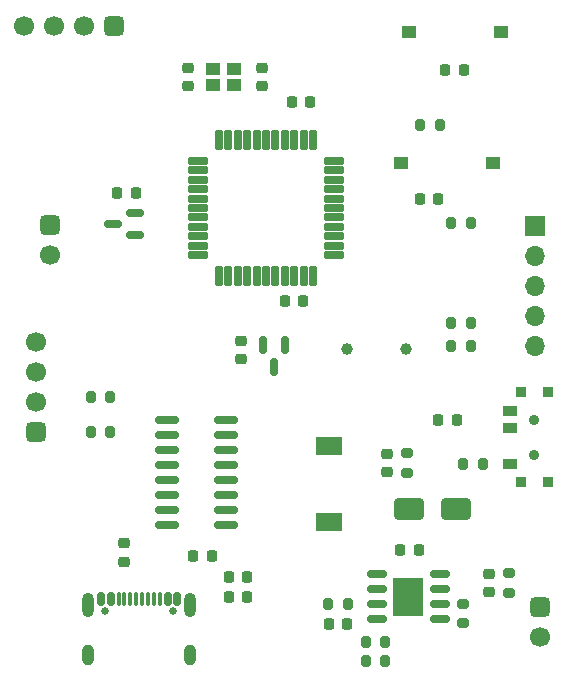
<source format=gbr>
%TF.GenerationSoftware,KiCad,Pcbnew,8.0.4*%
%TF.CreationDate,2025-03-11T16:32:05+07:00*%
%TF.ProjectId,Hoang_Trung_An_BTL,486f616e-675f-4547-9275-6e675f416e5f,rev?*%
%TF.SameCoordinates,Original*%
%TF.FileFunction,Soldermask,Top*%
%TF.FilePolarity,Negative*%
%FSLAX46Y46*%
G04 Gerber Fmt 4.6, Leading zero omitted, Abs format (unit mm)*
G04 Created by KiCad (PCBNEW 8.0.4) date 2025-03-11 16:32:05*
%MOMM*%
%LPD*%
G01*
G04 APERTURE LIST*
G04 Aperture macros list*
%AMRoundRect*
0 Rectangle with rounded corners*
0 $1 Rounding radius*
0 $2 $3 $4 $5 $6 $7 $8 $9 X,Y pos of 4 corners*
0 Add a 4 corners polygon primitive as box body*
4,1,4,$2,$3,$4,$5,$6,$7,$8,$9,$2,$3,0*
0 Add four circle primitives for the rounded corners*
1,1,$1+$1,$2,$3*
1,1,$1+$1,$4,$5*
1,1,$1+$1,$6,$7*
1,1,$1+$1,$8,$9*
0 Add four rect primitives between the rounded corners*
20,1,$1+$1,$2,$3,$4,$5,0*
20,1,$1+$1,$4,$5,$6,$7,0*
20,1,$1+$1,$6,$7,$8,$9,0*
20,1,$1+$1,$8,$9,$2,$3,0*%
G04 Aperture macros list end*
%ADD10RoundRect,0.225000X0.250000X-0.225000X0.250000X0.225000X-0.250000X0.225000X-0.250000X-0.225000X0*%
%ADD11RoundRect,0.200000X0.200000X0.275000X-0.200000X0.275000X-0.200000X-0.275000X0.200000X-0.275000X0*%
%ADD12RoundRect,0.150000X-0.150000X0.587500X-0.150000X-0.587500X0.150000X-0.587500X0.150000X0.587500X0*%
%ADD13RoundRect,0.425000X0.425000X-0.425000X0.425000X0.425000X-0.425000X0.425000X-0.425000X-0.425000X0*%
%ADD14C,1.700000*%
%ADD15RoundRect,0.425000X0.425000X0.425000X-0.425000X0.425000X-0.425000X-0.425000X0.425000X-0.425000X0*%
%ADD16RoundRect,0.225000X-0.225000X-0.250000X0.225000X-0.250000X0.225000X0.250000X-0.225000X0.250000X0*%
%ADD17RoundRect,0.150000X-0.662500X-0.150000X0.662500X-0.150000X0.662500X0.150000X-0.662500X0.150000X0*%
%ADD18R,2.514000X3.200000*%
%ADD19RoundRect,0.425000X-0.425000X0.425000X-0.425000X-0.425000X0.425000X-0.425000X0.425000X0.425000X0*%
%ADD20RoundRect,0.225000X0.225000X0.250000X-0.225000X0.250000X-0.225000X-0.250000X0.225000X-0.250000X0*%
%ADD21RoundRect,0.200000X-0.275000X0.200000X-0.275000X-0.200000X0.275000X-0.200000X0.275000X0.200000X0*%
%ADD22RoundRect,0.150000X-0.825000X-0.150000X0.825000X-0.150000X0.825000X0.150000X-0.825000X0.150000X0*%
%ADD23RoundRect,0.200000X0.275000X-0.200000X0.275000X0.200000X-0.275000X0.200000X-0.275000X-0.200000X0*%
%ADD24RoundRect,0.225000X-0.250000X0.225000X-0.250000X-0.225000X0.250000X-0.225000X0.250000X0.225000X0*%
%ADD25C,0.889000*%
%ADD26R,1.244600X0.889000*%
%ADD27R,0.939800X0.812800*%
%ADD28R,1.250000X1.000000*%
%ADD29RoundRect,0.200000X-0.200000X-0.275000X0.200000X-0.275000X0.200000X0.275000X-0.200000X0.275000X0*%
%ADD30R,1.150000X1.000000*%
%ADD31RoundRect,0.250000X-1.000000X-0.650000X1.000000X-0.650000X1.000000X0.650000X-1.000000X0.650000X0*%
%ADD32C,1.000000*%
%ADD33R,1.700000X1.700000*%
%ADD34O,1.700000X1.700000*%
%ADD35RoundRect,0.102000X-0.241300X-0.736600X0.241300X-0.736600X0.241300X0.736600X-0.241300X0.736600X0*%
%ADD36RoundRect,0.102000X-0.736600X0.241300X-0.736600X-0.241300X0.736600X-0.241300X0.736600X0.241300X0*%
%ADD37RoundRect,0.150000X0.587500X0.150000X-0.587500X0.150000X-0.587500X-0.150000X0.587500X-0.150000X0*%
%ADD38R,2.200000X1.500000*%
%ADD39RoundRect,0.218750X0.218750X0.256250X-0.218750X0.256250X-0.218750X-0.256250X0.218750X-0.256250X0*%
%ADD40C,0.650000*%
%ADD41RoundRect,0.150000X-0.150000X-0.425000X0.150000X-0.425000X0.150000X0.425000X-0.150000X0.425000X0*%
%ADD42RoundRect,0.075000X-0.075000X-0.500000X0.075000X-0.500000X0.075000X0.500000X-0.075000X0.500000X0*%
%ADD43O,1.000000X2.100000*%
%ADD44O,1.000000X1.800000*%
G04 APERTURE END LIST*
D10*
%TO.C,C9*%
X226122000Y-112906900D03*
X226122000Y-111356900D03*
%TD*%
D11*
%TO.C,R6*%
X225547000Y-102106900D03*
X223897000Y-102106900D03*
%TD*%
D12*
%TO.C,Q1*%
X208850000Y-91962500D03*
X206950000Y-91962500D03*
X207900000Y-93837500D03*
%TD*%
D13*
%TO.C,J2*%
X187700000Y-99340000D03*
D14*
X187700000Y-96800000D03*
X187700000Y-94260000D03*
X187700000Y-91720000D03*
%TD*%
D15*
%TO.C,J5*%
X194300000Y-65000000D03*
D14*
X191760000Y-65000000D03*
X189220000Y-65000000D03*
X186680000Y-65000000D03*
%TD*%
D16*
%TO.C,C14*%
X204047000Y-113356900D03*
X205597000Y-113356900D03*
%TD*%
D17*
%TO.C,U2*%
X216634500Y-111401900D03*
X216634500Y-112671900D03*
X216634500Y-113941900D03*
X216634500Y-115211900D03*
X221909500Y-115211900D03*
X221909500Y-113941900D03*
X221909500Y-112671900D03*
X221909500Y-111401900D03*
D18*
X219272000Y-113306900D03*
%TD*%
D11*
%TO.C,R12*%
X194025000Y-96400000D03*
X192375000Y-96400000D03*
%TD*%
%TO.C,R9*%
X217297000Y-117156900D03*
X215647000Y-117156900D03*
%TD*%
D16*
%TO.C,C4*%
X209425000Y-71400000D03*
X210975000Y-71400000D03*
%TD*%
D19*
%TO.C,J4*%
X230372000Y-114206900D03*
D14*
X230372000Y-116746900D03*
%TD*%
D16*
%TO.C,C13*%
X204047000Y-111656900D03*
X205597000Y-111656900D03*
%TD*%
D20*
%TO.C,R18*%
X196175000Y-79100000D03*
X194625000Y-79100000D03*
%TD*%
D21*
%TO.C,R11*%
X219172000Y-101156900D03*
X219172000Y-102806900D03*
%TD*%
D22*
%TO.C,U1*%
X198847000Y-98311900D03*
X198847000Y-99581900D03*
X198847000Y-100851900D03*
X198847000Y-102121900D03*
X198847000Y-103391900D03*
X198847000Y-104661900D03*
X198847000Y-105931900D03*
X198847000Y-107201900D03*
X203797000Y-107201900D03*
X203797000Y-105931900D03*
X203797000Y-104661900D03*
X203797000Y-103391900D03*
X203797000Y-102121900D03*
X203797000Y-100851900D03*
X203797000Y-99581900D03*
X203797000Y-98311900D03*
%TD*%
D23*
%TO.C,R5*%
X227772000Y-112981900D03*
X227772000Y-111331900D03*
%TD*%
D24*
%TO.C,R17*%
X205100000Y-91625000D03*
X205100000Y-93175000D03*
%TD*%
D16*
%TO.C,C8*%
X220225000Y-79600000D03*
X221775000Y-79600000D03*
%TD*%
D21*
%TO.C,R7*%
X223922000Y-113906900D03*
X223922000Y-115556900D03*
%TD*%
D24*
%TO.C,C2*%
X200600000Y-68525000D03*
X200600000Y-70075000D03*
%TD*%
D11*
%TO.C,R1*%
X221925000Y-73400000D03*
X220275000Y-73400000D03*
%TD*%
%TO.C,R13*%
X194025000Y-99400000D03*
X192375000Y-99400000D03*
%TD*%
D25*
%TO.C,SW4*%
X229922000Y-101306900D03*
X229922000Y-98309700D03*
D26*
X227846820Y-102056200D03*
X227846820Y-99059000D03*
X227846820Y-97560400D03*
D27*
X228791700Y-103608140D03*
X228791700Y-96008460D03*
X231052300Y-103608140D03*
X231052300Y-96008460D03*
%TD*%
D10*
%TO.C,C1*%
X206900000Y-70075000D03*
X206900000Y-68525000D03*
%TD*%
D16*
%TO.C,C10*%
X218572000Y-109306900D03*
X220122000Y-109306900D03*
%TD*%
D28*
%TO.C,SW1*%
X226400000Y-76600000D03*
X218650000Y-76600000D03*
%TD*%
D29*
%TO.C,R2*%
X222875000Y-81700000D03*
X224525000Y-81700000D03*
%TD*%
D16*
%TO.C,R14*%
X201047000Y-109856900D03*
X202597000Y-109856900D03*
%TD*%
D11*
%TO.C,R4*%
X224525000Y-92100000D03*
X222875000Y-92100000D03*
%TD*%
%TO.C,R10*%
X214147000Y-113906900D03*
X212497000Y-113906900D03*
%TD*%
D29*
%TO.C,R8*%
X215672000Y-118756900D03*
X217322000Y-118756900D03*
%TD*%
D30*
%TO.C,Y3*%
X204475000Y-68600000D03*
X202725000Y-68600000D03*
X202725000Y-70000000D03*
X204475000Y-70000000D03*
%TD*%
D31*
%TO.C,D2*%
X219322000Y-105906900D03*
X223322000Y-105906900D03*
%TD*%
D32*
%TO.C,BZ1*%
X219100000Y-92300000D03*
X214100000Y-92300000D03*
%TD*%
D28*
%TO.C,SW3*%
X227075000Y-65500000D03*
X219325000Y-65500000D03*
%TD*%
D33*
%TO.C,J1*%
X230000000Y-81880000D03*
D34*
X230000000Y-84420000D03*
X230000000Y-86960000D03*
X230000000Y-89500000D03*
X230000000Y-92040000D03*
%TD*%
D16*
%TO.C,C3*%
X208825000Y-88300000D03*
X210375000Y-88300000D03*
%TD*%
D35*
%TO.C,U4*%
X203212200Y-86140400D03*
X203999600Y-86140400D03*
X204812400Y-86140400D03*
X205599800Y-86140400D03*
X206412600Y-86140400D03*
X207200000Y-86140400D03*
X207987400Y-86140400D03*
X208800200Y-86140400D03*
X209587600Y-86140400D03*
X210400400Y-86140400D03*
X211187800Y-86140400D03*
D36*
X212940400Y-84387800D03*
X212940400Y-83600400D03*
X212940400Y-82787600D03*
X212940400Y-82000200D03*
X212940400Y-81187400D03*
X212940400Y-80400000D03*
X212940400Y-79612600D03*
X212940400Y-78799800D03*
X212940400Y-78012400D03*
X212940400Y-77199600D03*
X212940400Y-76412200D03*
D35*
X211187800Y-74659600D03*
X210400400Y-74659600D03*
X209587600Y-74659600D03*
X208800200Y-74659600D03*
X207987400Y-74659600D03*
X207200000Y-74659600D03*
X206412600Y-74659600D03*
X205599800Y-74659600D03*
X204812400Y-74659600D03*
X203999600Y-74659600D03*
X203212200Y-74659600D03*
D36*
X201459600Y-76412200D03*
X201459600Y-77199600D03*
X201459600Y-78012400D03*
X201459600Y-78799800D03*
X201459600Y-79612600D03*
X201459600Y-80400000D03*
X201459600Y-81187400D03*
X201459600Y-82000200D03*
X201459600Y-82787600D03*
X201459600Y-83600400D03*
X201459600Y-84387800D03*
%TD*%
D24*
%TO.C,C12*%
X217472000Y-101206900D03*
X217472000Y-102756900D03*
%TD*%
%TO.C,R15*%
X195222000Y-108781900D03*
X195222000Y-110331900D03*
%TD*%
D11*
%TO.C,R3*%
X224525000Y-90100000D03*
X222875000Y-90100000D03*
%TD*%
D37*
%TO.C,Q2*%
X196137500Y-82718100D03*
X196137500Y-80818100D03*
X194262500Y-81768100D03*
%TD*%
D16*
%TO.C,C11*%
X212547000Y-115606900D03*
X214097000Y-115606900D03*
%TD*%
D38*
%TO.C,L1*%
X212522000Y-106956900D03*
X212522000Y-100556900D03*
%TD*%
D39*
%TO.C,D1*%
X223359500Y-98356900D03*
X221784500Y-98356900D03*
%TD*%
D20*
%TO.C,R16*%
X223950000Y-68700000D03*
X222400000Y-68700000D03*
%TD*%
D40*
%TO.C,J3*%
X193582000Y-114531900D03*
X199362000Y-114531900D03*
D41*
X193272000Y-113456900D03*
X194072000Y-113456900D03*
D42*
X195222000Y-113456900D03*
X196222000Y-113456900D03*
X196722000Y-113456900D03*
X197722000Y-113456900D03*
D41*
X198872000Y-113456900D03*
X199672000Y-113456900D03*
X199672000Y-113456900D03*
X198872000Y-113456900D03*
D42*
X198222000Y-113456900D03*
X197222000Y-113456900D03*
X195722000Y-113456900D03*
X194722000Y-113456900D03*
D41*
X194072000Y-113456900D03*
X193272000Y-113456900D03*
D43*
X192152000Y-114031900D03*
D44*
X192152000Y-118211900D03*
D43*
X200792000Y-114031900D03*
D44*
X200792000Y-118211900D03*
%TD*%
D19*
%TO.C,J6*%
X188955500Y-81868100D03*
D14*
X188955500Y-84408100D03*
%TD*%
M02*

</source>
